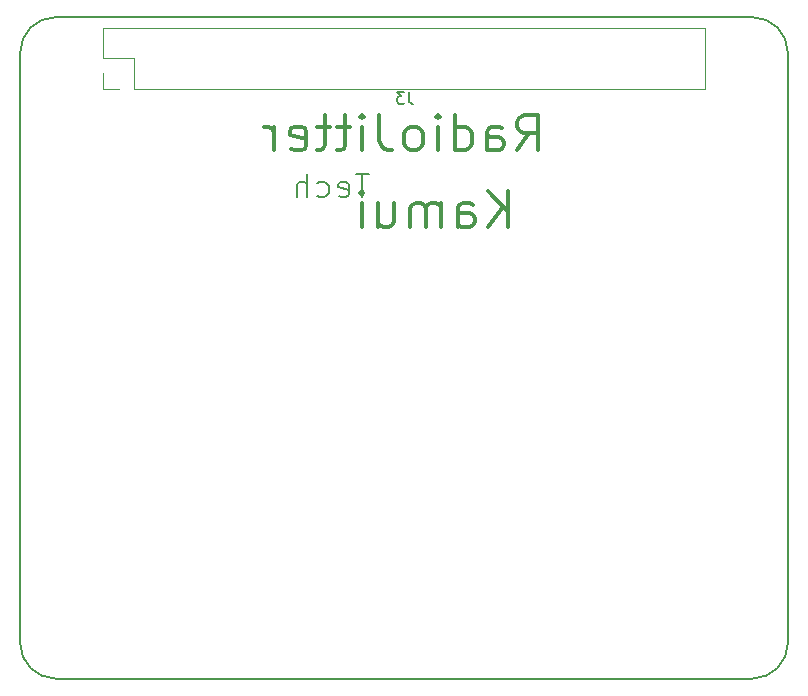
<source format=gbo>
G04 #@! TF.GenerationSoftware,KiCad,Pcbnew,(5.1.4)-1*
G04 #@! TF.CreationDate,2019-10-20T15:20:57+05:30*
G04 #@! TF.ProjectId,RPi Hat RF Transmitter V1,52506920-4861-4742-9052-46205472616e,rev?*
G04 #@! TF.SameCoordinates,Original*
G04 #@! TF.FileFunction,Legend,Bot*
G04 #@! TF.FilePolarity,Positive*
%FSLAX46Y46*%
G04 Gerber Fmt 4.6, Leading zero omitted, Abs format (unit mm)*
G04 Created by KiCad (PCBNEW (5.1.4)-1) date 2019-10-20 15:20:57*
%MOMM*%
%LPD*%
G04 APERTURE LIST*
%ADD10C,0.150000*%
%ADD11C,0.200000*%
%ADD12C,0.300000*%
%ADD13C,0.120000*%
G04 APERTURE END LIST*
D10*
X78546356Y-63817611D02*
X78546356Y-113817611D01*
X140546356Y-60817611D02*
X81546356Y-60817611D01*
X143546351Y-113822847D02*
X143546356Y-63817611D01*
X81546356Y-116817611D02*
X140546356Y-116817611D01*
D11*
X108092476Y-74088761D02*
X106949619Y-74088761D01*
X107521047Y-76088761D02*
X107521047Y-74088761D01*
X105521047Y-75993523D02*
X105711523Y-76088761D01*
X106092476Y-76088761D01*
X106282952Y-75993523D01*
X106378190Y-75803047D01*
X106378190Y-75041142D01*
X106282952Y-74850666D01*
X106092476Y-74755428D01*
X105711523Y-74755428D01*
X105521047Y-74850666D01*
X105425809Y-75041142D01*
X105425809Y-75231619D01*
X106378190Y-75422095D01*
X103711523Y-75993523D02*
X103902000Y-76088761D01*
X104282952Y-76088761D01*
X104473428Y-75993523D01*
X104568666Y-75898285D01*
X104663904Y-75707809D01*
X104663904Y-75136380D01*
X104568666Y-74945904D01*
X104473428Y-74850666D01*
X104282952Y-74755428D01*
X103902000Y-74755428D01*
X103711523Y-74850666D01*
X102854380Y-76088761D02*
X102854380Y-74088761D01*
X101997238Y-76088761D02*
X101997238Y-75041142D01*
X102092476Y-74850666D01*
X102282952Y-74755428D01*
X102568666Y-74755428D01*
X102759142Y-74850666D01*
X102854380Y-74945904D01*
D12*
X119879285Y-78573142D02*
X119879285Y-75573142D01*
X118165000Y-78573142D02*
X119450714Y-76858857D01*
X118165000Y-75573142D02*
X119879285Y-77287428D01*
X115593571Y-78573142D02*
X115593571Y-77001714D01*
X115736428Y-76716000D01*
X116022142Y-76573142D01*
X116593571Y-76573142D01*
X116879285Y-76716000D01*
X115593571Y-78430285D02*
X115879285Y-78573142D01*
X116593571Y-78573142D01*
X116879285Y-78430285D01*
X117022142Y-78144571D01*
X117022142Y-77858857D01*
X116879285Y-77573142D01*
X116593571Y-77430285D01*
X115879285Y-77430285D01*
X115593571Y-77287428D01*
X114165000Y-78573142D02*
X114165000Y-76573142D01*
X114165000Y-76858857D02*
X114022142Y-76716000D01*
X113736428Y-76573142D01*
X113307857Y-76573142D01*
X113022142Y-76716000D01*
X112879285Y-77001714D01*
X112879285Y-78573142D01*
X112879285Y-77001714D02*
X112736428Y-76716000D01*
X112450714Y-76573142D01*
X112022142Y-76573142D01*
X111736428Y-76716000D01*
X111593571Y-77001714D01*
X111593571Y-78573142D01*
X108879285Y-76573142D02*
X108879285Y-78573142D01*
X110165000Y-76573142D02*
X110165000Y-78144571D01*
X110022142Y-78430285D01*
X109736428Y-78573142D01*
X109307857Y-78573142D01*
X109022142Y-78430285D01*
X108879285Y-78287428D01*
X107450714Y-78573142D02*
X107450714Y-76573142D01*
X107450714Y-75573142D02*
X107593571Y-75716000D01*
X107450714Y-75858857D01*
X107307857Y-75716000D01*
X107450714Y-75573142D01*
X107450714Y-75858857D01*
X120640857Y-72096142D02*
X121640857Y-70667571D01*
X122355142Y-72096142D02*
X122355142Y-69096142D01*
X121212285Y-69096142D01*
X120926571Y-69239000D01*
X120783714Y-69381857D01*
X120640857Y-69667571D01*
X120640857Y-70096142D01*
X120783714Y-70381857D01*
X120926571Y-70524714D01*
X121212285Y-70667571D01*
X122355142Y-70667571D01*
X118069428Y-72096142D02*
X118069428Y-70524714D01*
X118212285Y-70239000D01*
X118498000Y-70096142D01*
X119069428Y-70096142D01*
X119355142Y-70239000D01*
X118069428Y-71953285D02*
X118355142Y-72096142D01*
X119069428Y-72096142D01*
X119355142Y-71953285D01*
X119498000Y-71667571D01*
X119498000Y-71381857D01*
X119355142Y-71096142D01*
X119069428Y-70953285D01*
X118355142Y-70953285D01*
X118069428Y-70810428D01*
X115355142Y-72096142D02*
X115355142Y-69096142D01*
X115355142Y-71953285D02*
X115640857Y-72096142D01*
X116212285Y-72096142D01*
X116498000Y-71953285D01*
X116640857Y-71810428D01*
X116783714Y-71524714D01*
X116783714Y-70667571D01*
X116640857Y-70381857D01*
X116498000Y-70239000D01*
X116212285Y-70096142D01*
X115640857Y-70096142D01*
X115355142Y-70239000D01*
X113926571Y-72096142D02*
X113926571Y-70096142D01*
X113926571Y-69096142D02*
X114069428Y-69239000D01*
X113926571Y-69381857D01*
X113783714Y-69239000D01*
X113926571Y-69096142D01*
X113926571Y-69381857D01*
X112069428Y-72096142D02*
X112355142Y-71953285D01*
X112498000Y-71810428D01*
X112640857Y-71524714D01*
X112640857Y-70667571D01*
X112498000Y-70381857D01*
X112355142Y-70239000D01*
X112069428Y-70096142D01*
X111640857Y-70096142D01*
X111355142Y-70239000D01*
X111212285Y-70381857D01*
X111069428Y-70667571D01*
X111069428Y-71524714D01*
X111212285Y-71810428D01*
X111355142Y-71953285D01*
X111640857Y-72096142D01*
X112069428Y-72096142D01*
X108926571Y-69096142D02*
X108926571Y-71239000D01*
X109069428Y-71667571D01*
X109355142Y-71953285D01*
X109783714Y-72096142D01*
X110069428Y-72096142D01*
X107498000Y-72096142D02*
X107498000Y-70096142D01*
X107498000Y-69096142D02*
X107640857Y-69239000D01*
X107498000Y-69381857D01*
X107355142Y-69239000D01*
X107498000Y-69096142D01*
X107498000Y-69381857D01*
X106498000Y-70096142D02*
X105355142Y-70096142D01*
X106069428Y-69096142D02*
X106069428Y-71667571D01*
X105926571Y-71953285D01*
X105640857Y-72096142D01*
X105355142Y-72096142D01*
X104783714Y-70096142D02*
X103640857Y-70096142D01*
X104355142Y-69096142D02*
X104355142Y-71667571D01*
X104212285Y-71953285D01*
X103926571Y-72096142D01*
X103640857Y-72096142D01*
X101498000Y-71953285D02*
X101783714Y-72096142D01*
X102355142Y-72096142D01*
X102640857Y-71953285D01*
X102783714Y-71667571D01*
X102783714Y-70524714D01*
X102640857Y-70239000D01*
X102355142Y-70096142D01*
X101783714Y-70096142D01*
X101498000Y-70239000D01*
X101355142Y-70524714D01*
X101355142Y-70810428D01*
X102783714Y-71096142D01*
X100069428Y-72096142D02*
X100069428Y-70096142D01*
X100069428Y-70667571D02*
X99926571Y-70381857D01*
X99783714Y-70239000D01*
X99498000Y-70096142D01*
X99212285Y-70096142D01*
D10*
X78546356Y-63817611D02*
G75*
G02X81546356Y-60817611I3000000J0D01*
G01*
X140546356Y-60817611D02*
G75*
G02X143546356Y-63817611I0J-3000000D01*
G01*
X81546356Y-116817611D02*
G75*
G02X78546356Y-113817611I0J3000000D01*
G01*
X143546351Y-113822847D02*
G75*
G02X140546356Y-116817611I-2999995J5236D01*
G01*
D13*
X85590000Y-65590000D02*
X85590000Y-66920000D01*
X85590000Y-66920000D02*
X86920000Y-66920000D01*
X85590000Y-64320000D02*
X88190000Y-64320000D01*
X88190000Y-64320000D02*
X88190000Y-66920000D01*
X88190000Y-66920000D02*
X136510000Y-66920000D01*
X136510000Y-61720000D02*
X136510000Y-66920000D01*
X85590000Y-61720000D02*
X136510000Y-61720000D01*
X85590000Y-61720000D02*
X85590000Y-64320000D01*
D10*
X111458333Y-67143380D02*
X111458333Y-67857666D01*
X111505952Y-68000523D01*
X111601190Y-68095761D01*
X111744047Y-68143380D01*
X111839285Y-68143380D01*
X111077380Y-67143380D02*
X110458333Y-67143380D01*
X110791666Y-67524333D01*
X110648809Y-67524333D01*
X110553571Y-67571952D01*
X110505952Y-67619571D01*
X110458333Y-67714809D01*
X110458333Y-67952904D01*
X110505952Y-68048142D01*
X110553571Y-68095761D01*
X110648809Y-68143380D01*
X110934523Y-68143380D01*
X111029761Y-68095761D01*
X111077380Y-68048142D01*
M02*

</source>
